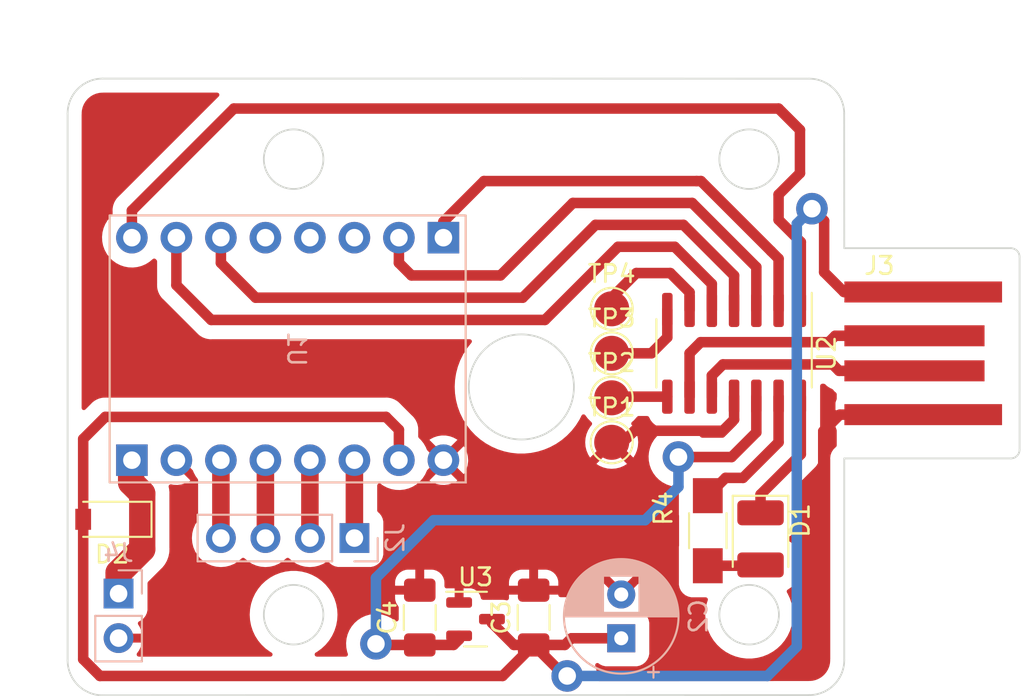
<source format=kicad_pcb>
(kicad_pcb (version 20211014) (generator pcbnew)
  (layers (0 "F.Cu" signal) (31 "B.Cu" signal) (34 "B.Paste" user) (35 "F.Paste" user) (36 "B.SilkS" user "B.Silkscreen") (37 "F.SilkS" user "F.Silkscreen") (38 "B.Mask" user) (39 "F.Mask" user) (44 "Edge.Cuts" user))
  (net 0 "")
  (net 1 "+5V")
  (net 2 "GND")
  (net 3 "+3.3V")
  (net 4 "Net-(D1-Pad1)")
  (net 5 "Net-(D1-Pad2)")
  (net 6 "Net-(D2-Pad1)")
  (net 7 "D-")
  (net 8 "D+")
  (net 9 "Net-(R4-Pad1)")
  (net 10 "EN")
  (net 11 "DIR")
  (net 12 "STEP")
  (net 13 "MS1")
  (net 14 "MS2")
  (net 17 "Net-(J2-Pad1)")
  (net 18 "Net-(J2-Pad2)")
  (net 19 "Net-(J2-Pad3)")
  (net 20 "Net-(J2-Pad4)")
  (net 21 "Net-(U2-Pad8)")
  (net 22 "Net-(U2-Pad7)")
  (net 23 "Net-(U2-Pad6)")
  (footprint "Package_SO:SOIC-14_3.9x8.7mm_P1.27mm" (layer "F.Cu") (at 167.64 68.58 -90)
    (fp_text reference "U2" (at 0 -5.28 90) (layer "F.SilkS"))
    (fp_text value "ATSAMD11C14A-SS")
    (fp_line (start 0 -4.435) (end -3.45 -4.435) (layer "F.SilkS") (width 0.12))
    (fp_line (start 0 4.435) (end -1.95 4.435) (layer "F.SilkS") (width 0.12))
    (fp_line (start 0 -4.435) (end 1.95 -4.435) (layer "F.SilkS") (width 0.12))
    (fp_line (start 0 4.435) (end 1.95 4.435) (layer "F.SilkS") (width 0.12))
    (pad "1" smd roundrect (at -2.475 -3.81 270) (size 1.95 0.6) (layers "F.Cu" "F.Paste" "F.Mask") (net 10 "EN"))
    (pad "2" smd roundrect (at -2.475 -2.54 270) (size 1.95 0.6) (layers "F.Cu" "F.Paste" "F.Mask") (net 11 "DIR"))
    (pad "3" smd roundrect (at -2.475 -1.27 270) (size 1.95 0.6) (layers "F.Cu" "F.Paste" "F.Mask") (net 12 "STEP"))
    (pad "4" smd roundrect (at -2.475 0 270) (size 1.95 0.6) (layers "F.Cu" "F.Paste" "F.Mask") (net 14 "MS2"))
    (pad "5" smd roundrect (at -2.475 1.27 270) (size 1.95 0.6) (layers "F.Cu" "F.Paste" "F.Mask") (net 13 "MS1"))
    (pad "6" smd roundrect (at -2.475 2.54 270) (size 1.95 0.6) (layers "F.Cu" "F.Paste" "F.Mask") (net 23 "Net-(U2-Pad6)"))
    (pad "7" smd roundrect (at -2.475 3.81 270) (size 1.95 0.6) (layers "F.Cu" "F.Paste" "F.Mask") (net 22 "Net-(U2-Pad7)"))
    (pad "8" smd roundrect (at 2.475 3.81 270) (size 1.95 0.6) (layers "F.Cu" "F.Paste" "F.Mask") (net 21 "Net-(U2-Pad8)"))
    (pad "9" smd roundrect (at 2.475 2.54 270) (size 1.95 0.6) (layers "F.Cu" "F.Paste" "F.Mask") (net 7 "D-"))
    (pad "10" smd roundrect (at 2.475 1.27 270) (size 1.95 0.6) (layers "F.Cu" "F.Paste" "F.Mask") (net 8 "D+"))
    (pad "11" smd roundrect (at 2.475 0 270) (size 1.95 0.6) (layers "F.Cu" "F.Paste" "F.Mask") (net 2 "GND"))
    (pad "12" smd roundrect (at 2.475 -1.27 270) (size 1.95 0.6) (layers "F.Cu" "F.Paste" "F.Mask") (net 3 "+3.3V"))
    (pad "13" smd roundrect (at 2.475 -2.54 270) (size 1.95 0.6) (layers "F.Cu" "F.Paste" "F.Mask") (net 9 "Net-(R4-Pad1)"))
    (pad "14" smd roundrect (at 2.475 -3.81 270) (size 1.95 0.6) (layers "F.Cu" "F.Paste" "F.Mask") (net 4 "Net-(D1-Pad1)"))
  )
  (footprint "Capacitor_SMD:C_1206_3216Metric_Pad1.33x1.80mm_HandSolder" (layer "F.Cu") (at 149.7 83.661901 90)
    (fp_text reference "C4" (at 0 -1.85 90) (layer "F.SilkS"))
    (fp_text value "1uF")
    (fp_line (start -0.711252 0.91) (end 0.711252 0.91) (layer "F.SilkS") (width 0.12))
    (fp_line (start -0.711252 -0.91) (end 0.711252 -0.91) (layer "F.SilkS") (width 0.12))
    (pad "1" smd roundrect (at -1.5625 0 90) (size 1.325 1.8) (layers "F.Cu" "F.Paste" "F.Mask") (roundrect_rratio 0.1886792453) (net 3 "+3.3V"))
    (pad "2" smd roundrect (at 1.5625 0 90) (size 1.325 1.8) (layers "F.Cu" "F.Paste" "F.Mask") (roundrect_rratio 0.1886792453) (net 2 "GND"))
  )
  (footprint "LED_SMD:LED_1210_3225Metric_Pad1.42x2.65mm_HandSolder" (layer "F.Cu") (at 169.15 79.1725 -90)
    (fp_text reference "D1" (at -1.0525 -2.28 90) (layer "F.SilkS"))
    (fp_text value "LED")
    (fp_line (start -2.46 1.585) (end 1.6 1.585) (layer "F.SilkS") (width 0.12))
    (fp_line (start 1.6 -1.585) (end -2.46 -1.585) (layer "F.SilkS") (width 0.12))
    (fp_line (start -2.46 -1.585) (end -2.46 1.585) (layer "F.SilkS") (width 0.12))
    (pad "1" smd roundrect (at -1.4875 0 270) (size 1.425 2.65) (layers "F.Cu" "F.Paste" "F.Mask") (roundrect_rratio 0.1754392982) (net 4 "Net-(D1-Pad1)"))
    (pad "2" smd roundrect (at 1.4875 0 270) (size 1.425 2.65) (layers "F.Cu" "F.Paste" "F.Mask") (roundrect_rratio 0.1754392982) (net 5 "Net-(D1-Pad2)"))
  )
  (footprint "TestPoint:TestPoint_Pad_D2.0mm" (layer "F.Cu") (at 160.655 71.12)
    (fp_text reference "TP2" (at 0 -1.998) (layer "F.SilkS"))
    (fp_text value "TestPoint")
    (fp_circle (center 0 0) (end 0 1.2) (layer "F.SilkS") (width 0.12) (fill none))
    (pad "1" smd circle (at 0 0) (size 2 2) (layers "F.Cu" "F.Mask") (net 21 "Net-(U2-Pad8)"))
  )
  (footprint "fab:R_1206" (layer "F.Cu") (at 166.14 78.705 -90)
    (fp_text reference "R4" (at -1.27 2.54 90) (layer "F.SilkS"))
    (fp_text value "1k")
    (fp_line (start 1 1.07) (end -1 1.07) (layer "F.SilkS") (width 0.12))
    (fp_line (start -1 -1.07) (end 1 -1.07) (layer "F.SilkS") (width 0.12))
    (pad "1" smd rect locked (at -2 0 270) (size 2 1.7) (layers "F.Cu" "F.Paste" "F.Mask") (net 9 "Net-(R4-Pad1)"))
    (pad "2" smd rect locked (at 2 0 270) (size 2 1.7) (layers "F.Cu" "F.Paste" "F.Mask") (net 5 "Net-(D1-Pad2)"))
  )
  (footprint "TestPoint:TestPoint_Pad_D2.0mm" (layer "F.Cu") (at 160.655 73.66)
    (fp_text reference "TP1" (at 0 -1.998) (layer "F.SilkS"))
    (fp_text value "TestPoint")
    (fp_circle (center 0 0) (end 0 1.2) (layer "F.SilkS") (width 0.12) (fill none))
    (pad "1" smd circle (at 0 0) (size 2 2) (layers "F.Cu" "F.Mask") (net 2 "GND"))
  )
  (footprint "AP2120N-3.3TRG1:SOT-23_N_Package" (layer "F.Cu") (at 152.883629 83.752022)
    (fp_text reference "U3" (at 0 -2.4) (layer "F.SilkS"))
    (fp_text value "LM3480-3.3")
    (fp_line (start 0 1.56) (end -0.65 1.56) (layer "F.SilkS") (width 0.12))
    (fp_line (start 0 -1.56) (end 0.65 -1.56) (layer "F.SilkS") (width 0.12))
    (fp_line (start 0 -1.56) (end -1.675 -1.56) (layer "F.SilkS") (width 0.12))
    (fp_line (start 0 1.56) (end 0.65 1.56) (layer "F.SilkS") (width 0.12))
    (pad "1" smd roundrect (at -0.9375 0.95) (size 1.475 0.6) (layers "F.Cu" "F.Paste" "F.Mask") (net 3 "+3.3V"))
    (pad "2" smd roundrect (at 0.9375 0) (size 1.475 0.6) (layers "F.Cu" "F.Paste" "F.Mask") (net 1 "+5V"))
    (pad "3" smd roundrect (at -0.9375 -0.95) (size 1.475 0.6) (layers "F.Cu" "F.Paste" "F.Mask") (net 2 "GND"))
  )
  (footprint "Capacitor_SMD:C_1206_3216Metric_Pad1.33x1.80mm_HandSolder" (layer "F.Cu") (at 156.2 83.661901 90)
    (fp_text reference "C3" (at 0 -1.85 90) (layer "F.SilkS"))
    (fp_text value "10nF")
    (fp_line (start -0.711252 0.91) (end 0.711252 0.91) (layer "F.SilkS") (width 0.12))
    (fp_line (start -0.711252 -0.91) (end 0.711252 -0.91) (layer "F.SilkS") (width 0.12))
    (pad "1" smd roundrect (at -1.5625 0 90) (size 1.325 1.8) (layers "F.Cu" "F.Paste" "F.Mask") (roundrect_rratio 0.1886792453) (net 1 "+5V"))
    (pad "2" smd roundrect (at 1.5625 0 90) (size 1.325 1.8) (layers "F.Cu" "F.Paste" "F.Mask") (roundrect_rratio 0.1886792453) (net 2 "GND"))
  )
  (footprint "TestPoint:TestPoint_Pad_D2.0mm" (layer "F.Cu") (at 160.655 66.04)
    (fp_text reference "TP4" (at 0 -1.998) (layer "F.SilkS"))
    (fp_text value "TestPoint")
    (fp_circle (center 0 0) (end 0 1.2) (layer "F.SilkS") (width 0.12) (fill none))
    (pad "1" smd circle (at 0 0) (size 2 2) (layers "F.Cu" "F.Mask") (net 23 "Net-(U2-Pad6)"))
  )
  (footprint "Diode_SMD:D_SOD-123" (layer "F.Cu") (at 132.14 78.055 180)
    (fp_text reference "D2" (at 0 -2) (layer "F.SilkS"))
    (fp_text value "D_Schottky" hide)
    (fp_line (start -2.25 -1) (end 1.65 -1) (layer "F.SilkS") (width 0.12))
    (fp_line (start -2.25 1) (end 1.65 1) (layer "F.SilkS") (width 0.12))
    (fp_line (start -2.25 -1) (end -2.25 1) (layer "F.SilkS") (width 0.12))
    (pad "1" smd rect (at -1.65 0 180) (size 0.9 1.2) (layers "F.Cu" "F.Paste" "F.Mask") (net 6 "Net-(D2-Pad1)"))
    (pad "2" smd rect (at 1.65 0 180) (size 0.9 1.2) (layers "F.Cu" "F.Paste" "F.Mask") (net 1 "+5V"))
  )
  (footprint "TestPoint:TestPoint_Pad_D2.0mm" (layer "F.Cu") (at 160.655 68.58)
    (fp_text reference "TP3" (at 0 -1.998) (layer "F.SilkS"))
    (fp_text value "TestPoint")
    (fp_circle (center 0 0) (end 0 1.2) (layer "F.SilkS") (width 0.12) (fill none))
    (pad "1" smd circle (at 0 0) (size 2 2) (layers "F.Cu" "F.Mask") (net 22 "Net-(U2-Pad7)"))
  )
  (footprint "fab:Conn_USB_A_Plain" (layer "F.Cu") (at 178.435 68.58)
    (fp_text reference "J3" (at -2.5 -5 unlocked) (layer "F.SilkS"))
    (fp_text value "USB_A")
    (pad "1" smd rect (at 0 -3.5) (size 9 1.2) (layers "F.Cu" "F.Paste" "F.Mask") (net 1 "+5V"))
    (pad "2" smd rect (at -0.5 -1) (size 8 1.2) (layers "F.Cu" "F.Paste" "F.Mask") (net 7 "D-"))
    (pad "3" smd rect (at -0.5 1) (size 8 1.2) (layers "F.Cu" "F.Paste" "F.Mask") (net 8 "D+"))
    (pad "4" smd rect (at 0 3.5) (size 9 1.2) (layers "F.Cu" "F.Paste" "F.Mask") (net 2 "GND"))
  )
  (footprint "TMC2208_SILENTSTEPSTICK:TMC2208" (layer "B.Cu") (at 142.16 68.33 90)
    (fp_text reference "U1" (at 0 0.5 270 unlocked) (layer "B.SilkS") (effects (justify mirror)))
    (fp_text value "TMC2208_SILENTSTEPSTICK")
    (fp_rect (start -7.62 10.16) (end 7.62 -10.16) (layer "B.SilkS") (width 0.12) (fill none))
    (fp_rect (start -7.62 10.16) (end 7.62 -10.16) (layer "F.SilkS") (width 0.12) (fill none))
    (pad "JP1_1" thru_hole rect (at 6.35 8.89 90) (size 1.8 1.8) (drill 1) (layers *.Cu *.Mask) (net 11 "DIR"))
    (pad "JP1_2" thru_hole circle (at 6.35 6.35 90) (size 1.8 1.8) (drill 1) (layers *.Cu *.Mask) (net 12 "STEP"))
    (pad "JP1_3" thru_hole circle (at 6.35 3.81 90) (size 1.8 1.8) (drill 1) (layers *.Cu *.Mask))
    (pad "JP1_4" thru_hole circle (at 6.35 1.27 90) (size 1.8 1.8) (drill 1) (layers *.Cu *.Mask))
    (pad "JP1_5" thru_hole circle (at 6.35 -1.27 90) (size 1.8 1.8) (drill 1) (layers *.Cu *.Mask))
    (pad "JP1_6" thru_hole circle (at 6.35 -3.81 90) (size 1.8 1.8) (drill 1) (layers *.Cu *.Mask) (net 14 "MS2"))
    (pad "JP1_7" thru_hole circle (at 6.35 -6.35 90) (size 1.8 1.8) (drill 1) (layers *.Cu *.Mask) (net 13 "MS1"))
    (pad "JP1_8" thru_hole circle (at 6.35 -8.89 90) (size 1.8 1.8) (drill 1) (layers *.Cu *.Mask) (net 10 "EN"))
    (pad "JP2_1" thru_hole rect (at -6.35 -8.89 90) (size 1.8 1.8) (drill 1) (layers *.Cu *.Mask) (net 6 "Net-(D2-Pad1)"))
    (pad "JP2_2" thru_hole circle (at -6.35 -6.35 90) (size 1.8 1.8) (drill 1) (layers *.Cu *.Mask) (net 2 "GND"))
    (pad "JP2_3" thru_hole circle (at -6.35 -3.81 90) (size 1.8 1.8) (drill 1) (layers *.Cu *.Mask) (net 20 "Net-(J2-Pad4)"))
    (pad "JP2_4" thru_hole circle (at -6.35 -1.27 90) (size 1.8 1.8) (drill 1) (layers *.Cu *.Mask) (net 19 "Net-(J2-Pad3)"))
    (pad "JP2_5" thru_hole circle (at -6.35 1.27 90) (size 1.8 1.8) (drill 1) (layers *.Cu *.Mask) (net 18 "Net-(J2-Pad2)"))
    (pad "JP2_6" thru_hole circle (at -6.35 3.81 90) (size 1.8 1.8) (drill 1) (layers *.Cu *.Mask) (net 17 "Net-(J2-Pad1)"))
    (pad "JP2_7" thru_hole circle (at -6.35 6.35 90) (size 1.8 1.8) (drill 1) (layers *.Cu *.Mask) (net 1 "+5V"))
    (pad "JP2_8" thru_hole circle (at -6.35 8.89 90) (size 1.8 1.8) (drill 1) (layers *.Cu *.Mask) (net 2 "GND"))
  )
  (footprint "Connector_PinHeader_2.54mm:PinHeader_1x02_P2.54mm_Vertical" (layer "B.Cu") (at 132.51 82.295 180)
    (fp_text reference "J4" (at 0 2.33) (layer "B.SilkS") (effects (justify mirror)))
    (fp_text value "Conn_01x02_Male")
    (fp_line (start -1.33 -1.27) (end 1.33 -1.27) (layer "B.SilkS") (width 0.12))
    (fp_line (start -1.33 0) (end -1.33 1.33) (layer "B.SilkS") (width 0.12))
    (fp_line (start -1.33 1.33) (end 0 1.33) (layer "B.SilkS") (width 0.12))
    (fp_line (start -1.33 -3.87) (end 1.33 -3.87) (layer "B.SilkS") (width 0.12))
    (fp_line (start -1.33 -1.27) (end -1.33 -3.87) (layer "B.SilkS") (width 0.12))
    (fp_line (start 1.33 -1.27) (end 1.33 -3.87) (layer "B.SilkS") (width 0.12))
    (pad "1" thru_hole rect (at 0 0 180) (size 1.7 1.7) (drill 1) (layers *.Cu *.Mask) (net 6 "Net-(D2-Pad1)"))
    (pad "2" thru_hole oval (at 0 -2.54 180) (size 1.7 1.7) (drill 1) (layers *.Cu *.Mask) (net 2 "GND"))
  )
  (footprint "Connector_PinHeader_2.54mm:PinHeader_1x04_P2.54mm_Vertical" (layer "B.Cu") (at 145.97 79.125 90)
    (fp_text reference "J2" (at 0 2.33 90) (layer "B.SilkS") (effects (justify mirror)))
    (fp_text value "Conn_01x04_Male")
    (fp_line (start -1.33 -8.95) (end 1.33 -8.95) (layer "B.SilkS") (width 0.12))
    (fp_line (start -1.33 0) (end -1.33 1.33) (layer "B.SilkS") (width 0.12))
    (fp_line (start 1.33 -1.27) (end 1.33 -8.95) (layer "B.SilkS") (width 0.12))
    (fp_line (start -1.33 1.33) (end 0 1.33) (layer "B.SilkS") (width 0.12))
    (fp_line (start -1.33 -1.27) (end -1.33 -8.95) (layer "B.SilkS") (width 0.12))
    (fp_line (start -1.33 -1.27) (end 1.33 -1.27) (layer "B.SilkS") (width 0.12))
    (pad "1" thru_hole rect (at 0 0 90) (size 1.7 1.7) (drill 1) (layers *.Cu *.Mask) (net 17 "Net-(J2-Pad1)"))
    (pad "2" thru_hole oval (at 0 -2.54 90) (size 1.7 1.7) (drill 1) (layers *.Cu *.Mask) (net 18 "Net-(J2-Pad2)"))
    (pad "3" thru_hole oval (at 0 -5.08 90) (size 1.7 1.7) (drill 1) (layers *.Cu *.Mask) (net 19 "Net-(J2-Pad3)"))
    (pad "4" thru_hole oval (at 0 -7.62 90) (size 1.7 1.7) (drill 1) (layers *.Cu *.Mask) (net 20 "Net-(J2-Pad4)"))
  )
  (footprint "Capacitor_THT:CP_Radial_D6.3mm_P2.50mm" (layer "B.Cu") (at 161.2 84.84428 90)
    (fp_text reference "C2" (at 1.25 4.4 90) (layer "B.SilkS") (effects (justify mirror)))
    (fp_text value "100uF")
    (fp_line (start 4.211 1.35) (end 4.211 -1.35) (layer "B.SilkS") (width 0.12))
    (fp_line (start 2.571 2.952) (end 2.571 1.04) (layer "B.SilkS") (width 0.12))
    (fp_line (start 1.93 -1.04) (end 1.93 -3.159) (layer "B.SilkS") (width 0.12))
    (fp_line (start 2.331 -1.04) (end 2.331 -3.047) (layer "B.SilkS") (width 0.12))
    (fp_line (start 3.331 -1.04) (end 3.331 -2.484) (layer "B.SilkS") (width 0.12))
    (fp_line (start 2.211 -1.04) (end 2.211 -3.086) (layer "B.SilkS") (width 0.12))
    (fp_line (start 1.57 -1.04) (end 1.57 -3.215) (layer "B.SilkS") (width 0.12))
    (fp_line (start 3.291 -1.04) (end 3.291 -2.516) (layer "B.SilkS") (width 0.12))
    (fp_line (start 1.81 -1.04) (end 1.81 -3.182) (layer "B.SilkS") (width 0.12))
    (fp_line (start 1.49 3.222) (end 1.49 1.04) (layer "B.SilkS") (width 0.12))
    (fp_line (start 2.931 -1.04) (end 2.931 -2.766) (layer "B.SilkS") (width 0.12))
    (fp_line (start 2.971 -1.04) (end 2.971 -2.742) (layer "B.SilkS") (width 0.12))
    (fp_line (start 1.37 3.228) (end 1.37 -3.228) (layer "B.SilkS") (width 0.12))
    (fp_line (start 2.851 2.812) (end 2.851 1.04) (layer "B.SilkS") (width 0.12))
    (fp_line (start 2.131 3.11) (end 2.131 1.04) (layer "B.SilkS") (width 0.12))
    (fp_line (start 2.211 3.086) (end 2.211 1.04) (layer "B.SilkS") (width 0.12))
    (fp_line (start 1.69 3.201) (end 1.69 1.04) (layer "B.SilkS") (width 0.12))
    (fp_line (start 3.131 -1.04) (end 3.131 -2.636) (layer "B.SilkS") (width 0.12))
    (fp_line (start 2.691 -1.04) (end 2.691 -2.896) (layer "B.SilkS") (width 0.12))
    (fp_line (start 2.771 2.856) (end 2.771 1.04) (layer "B.SilkS") (width 0.12))
    (fp_line (start 2.491 2.986) (end 2.491 1.04) (layer "B.SilkS") (width 0.12))
    (fp_line (start 2.731 -1.04) (end 2.731 -2.876) (layer "B.SilkS") (width 0.12))
    (fp_line (start 3.291 2.516) (end 3.291 1.04) (layer "B.SilkS") (width 0.12))
    (fp_line (start 3.251 -1.04) (end 3.251 -2.548) (layer "B.SilkS") (width 0.12))
    (fp_line (start 3.491 2.343) (end 3.491 1.04) (layer "B.SilkS") (width 0.12))
    (fp_line (start 3.651 2.182) (end 3.651 -2.182) (layer "B.SilkS") (width 0.12))
    (fp_line (start 2.931 2.766) (end 2.931 1.04) (layer "B.SilkS") (width 0.12))
    (fp_line (start 2.371 -1.04) (end 2.371 -3.033) (layer "B.SilkS") (width 0.12))
    (fp_line (start 3.211 2.578) (end 3.211 1.04) (layer "B.SilkS") (width 0.12))
    (fp_line (start 1.971 -1.04) (end 1.971 -3.15) (layer "B.SilkS") (width 0.12))
    (fp_line (start 1.971 3.15) (end 1.971 1.04) (layer "B.SilkS") (width 0.12))
    (fp_line (start 3.211 -1.04) (end 3.211 -2.578) (layer "B.SilkS") (width 0.12))
    (fp_line (start 3.131 2.636) (end 3.131 1.04) (layer "B.SilkS") (width 0.12))
    (fp_line (start 1.61 -1.04) (end 1.61 -3.211) (layer "B.SilkS") (width 0.12))
    (fp_line (start 2.251 -1.04) (end 2.251 -3.074) (layer "B.SilkS") (width 0.12))
    (fp_line (start 1.53 -1.04) (end 1.53 -3.218) (layer "B.SilkS") (width 0.12))
    (fp_line (start 2.171 3.098) (end 2.171 1.04) (layer "B.SilkS") (width 0.12))
    (fp_line (start 3.491 -1.04) (end 3.491 -2.343) (layer "B.SilkS") (width 0.12))
    (fp_line (start 4.251 1.262) (end 4.251 -1.262) (layer "B.SilkS") (width 0.12))
    (fp_line (start 1.45 3.224) (end 1.45 -3.224) (layer "B.SilkS") (width 0.12))
    (fp_line (start 2.411 3.018) (end 2.411 1.04) (layer "B.SilkS") (width 0.12))
    (fp_line (start 3.691 2.137) (end 3.691 -2.137) (layer "B.SilkS") (width 0.12))
    (fp_line (start 1.89 -1.04) (end 1.89 -3.167) (layer "B.SilkS") (width 0.12))
    (fp_line (start 2.411 -1.04) (end 2.411 -3.018) (layer "B.SilkS") (width 0.12))
    (fp_line (start 1.93 3.159) (end 1.93 1.04) (layer "B.SilkS") (width 0.12))
    (fp_line (start 1.41 3.227) (end 1.41 -3.227) (layer "B.SilkS") (width 0.12))
    (fp_line (start 2.291 3.061) (end 2.291 1.04) (layer "B.SilkS") (width 0.12))
    (fp_line (start 4.451 0.633) (end 4.451 -0.633) (layer "B.SilkS") (width 0.12))
    (fp_line (start 3.531 -1.04) (end 3.531 -2.305) (layer "B.SilkS") (width 0.12))
    (fp_line (start 4.131 1.509) (end 4.131 -1.509) (layer "B.SilkS") (width 0.12))
    (fp_line (start 3.171 -1.04) (end 3.171 -2.607) (layer "B.SilkS") (width 0.12))
    (fp_line (start 2.451 3.002) (end 2.451 1.04) (layer "B.SilkS") (width 0.12))
    (fp_line (start 1.29 3.23) (end 1.29 -3.23) (layer "B.SilkS") (width 0.12))
    (fp_line (start 2.771 -1.04) (end 2.771 -2.856) (layer "B.SilkS") (width 0.12))
    (fp_line (start 2.611 2.934) (end 2.611 1.04) (layer "B.SilkS") (width 0.12))
    (fp_line (start 1.65 -1.04) (end 1.65 -3.206) (layer "B.SilkS") (width 0.12))
    (fp_line (start 2.051 -1.04) (end 2.051 -3.131) (layer "B.SilkS") (width 0.12))
    (fp_line (start 1.53 3.218) (end 1.53 1.04) (layer "B.SilkS") (width 0.12))
    (fp_line (start 2.011 -1.04) (end 2.011 -3.141) (layer "B.SilkS") (width 0.12))
    (fp_line (start 3.011 -1.04) (end 3.011 -2.716) (layer "B.SilkS") (width 0.12))
    (fp_line (start 3.371 2.45) (end 3.371 1.04) (layer "B.SilkS") (width 0.12))
    (fp_line (start 2.091 3.121) (end 2.091 1.04) (layer "B.SilkS") (width 0.12))
    (fp_line (start 4.051 1.65) (end 4.051 -1.65) (layer "B.SilkS") (width 0.12))
    (fp_line (start 2.571 -1.04) (end 2.571 -2.952) (layer "B.SilkS") (width 0.12))
    (fp_line (start 3.451 2.38) (end 3.451 1.04) (layer "B.SilkS") (width 0.12))
    (fp_line (start 1.65 3.206) (end 1.65 1.04) (layer "B.SilkS") (width 0.12))
    (fp_line (start 3.611 2.224) (end 3.611 -2.224) (layer "B.SilkS") (width 0.12))
    (fp_line (start 3.731 2.092) (end 3.731 -2.092) (layer "B.SilkS") (width 0.12))
    (fp_line (start 3.411 2.416) (end 3.411 1.04) (layer "B.SilkS") (width 0.12))
    (fp_line (start 4.371 0.94) (end 4.371 -0.94) (layer "B.SilkS") (width 0.12))
    (fp_line (start 2.691 2.896) (end 2.691 1.04) (layer "B.SilkS") (width 0.12))
    (fp_line (start 1.69 -1.04) (end 1.69 -3.201) (layer "B.SilkS") (width 0.12))
    (fp_line (start 2.891 -1.04) (end 2.891 -2.79) (layer "B.SilkS") (width 0.12))
    (fp_line (start 3.171 2.607) (end 3.171 1.04) (layer "B.SilkS") (width 0.12))
    (fp_line (start 3.851 1.944) (end 3.851 -1.944) (layer "B.SilkS") (width 0.12))
    (fp_line (start 2.611 -1.04) (end 2.611 -2.934) (layer "B.SilkS") (width 0.12))
    (fp_line (start 3.091 2.664) (end 3.091 1.04) (layer "B.SilkS") (width 0.12))
    (fp_line (start 3.451 -1.04) (end 3.451 -2.38) (layer "B.SilkS") (width 0.12))
    (fp_line (start 2.091 -1.04) (end 2.091 -3.121) (layer "B.SilkS") (width 0.12))
    (fp_line (start 2.371 3.033) (end 2.371 1.04) (layer "B.SilkS") (width 0.12))
    (fp_line (start 1.77 -1.04) (end 1.77 -3.189) (layer "B.SilkS") (width 0.12))
    (fp_line (start -1.935241 2.154) (end -1.935241 1.524) (layer "B.SilkS") (width 0.12))
    (fp_line (start 3.571 2.265) (end 3.571 -2.265) (layer "B.SilkS") (width 0.12))
    (fp_line (start 3.091 -1.04) (end 3.091 -2.664) (layer "B.SilkS") (width 0.12))
    (fp_line (start 1.89 3.167) (end 1.89 1.04) (layer "B.SilkS") (width 0.12))
    (fp_line (start -2.250241 1.839) (end -1.620241 1.839) (layer "B.SilkS") (width 0.12))
    (fp_line (start 3.371 -1.04) (end 3.371 -2.45) (layer "B.SilkS") (width 0.12))
    (fp_line (start 4.331 1.059) (end 4.331 -1.059) (layer "B.SilkS") (width 0.12))
    (fp_line (start 2.731 2.876) (end 2.731 1.04) (layer "B.SilkS") (width 0.12))
    (fp_line (start 1.61 3.211) (end 1.61 1.04) (layer "B.SilkS") (width 0.12))
    (fp_line (start 3.531 2.305) (end 3.531 1.04) (layer "B.SilkS") (width 0.12))
    (fp_line (start 2.811 2.834) (end 2.811 1.04) (layer "B.SilkS") (width 0.12))
    (fp_line (start 1.49 -1.04) (end 1.49 -3.222) (layer "B.SilkS") (width 0.12))
    (fp_line (start 2.051 3.131) (end 2.051 1.04) (layer "B.SilkS") (width 0.12))
    (fp_line (start 2.651 2.916) (end 2.651 1.04) (layer "B.SilkS") (width 0.12))
    (fp_line (start 3.771 2.044) (end 3.771 -2.044) (layer "B.SilkS") (width 0.12))
    (fp_line (start 1.57 3.215) (end 1.57 1.04) (layer "B.SilkS") (width 0.12))
    (fp_line (start 1.85 3.175) (end 1.85 1.04) (layer "B.SilkS") (width 0.12))
    (fp_line (start 3.331 2.484) (end 3.331 1.04) (layer "B.SilkS") (width 0.12))
    (fp_line (start 2.851 -1.04) (end 2.851 -2.812) (layer "B.SilkS") (width 0.12))
    (fp_line (start 3.011 2.716) (end 3.011 1.04) (layer "B.SilkS") (width 0.12))
    (fp_line (start 2.171 -1.04) (end 2.171 -3.098) (layer "B.SilkS") (width 0.12))
    (fp_line (start 3.411 -1.04) (end 3.411 -2.416) (layer "B.SilkS") (width 0.12))
    (fp_line (start 4.091 1.581) (end 4.091 -1.581) (layer "B.SilkS") (width 0.12))
    (fp_line (start 1.73 -1.04) (end 1.73 -3.195) (layer "B.SilkS") (width 0.12))
    (fp_line (start 3.971 1.776) (end 3.971 -1.776) (layer "B.SilkS") (width 0.12))
    (fp_line (start 1.25 3.23) (end 1.25 -3.23) (layer "B.SilkS") (width 0.12))
    (fp_line (start 2.531 -1.04) (end 2.531 -2.97) (layer "B.SilkS") (width 0.12))
    (fp_line (start 1.33 3.23) (end 1.33 -3.23) (layer "B.SilkS") (width 0.12))
    (fp_line (start 2.891 2.79) (end 2.891 1.04) (layer "B.SilkS") (width 0.12))
    (fp_line (start 4.171 1.432) (end 4.171 -1.432) (layer "B.SilkS") (width 0.12))
    (fp_line (start 3.891 1.89) (end 3.891 -1.89) (layer "B.SilkS") (width 0.12))
    (fp_line (start 4.411 0.802) (end 4.411 -0.802) (layer "B.SilkS") (width 0.12))
    (fp_line (start 2.531 2.97) (end 2.531 1.04) (layer "B.SilkS") (width 0.12))
    (fp_line (start 2.291 -1.04) (end 2.291 -3.061) (layer "B.SilkS") (width 0.12))
    (fp_line (start 3.811 1.995) (end 3.811 -1.995) (layer "B.SilkS") (width 0.12))
    (fp_line (start 2.811 -1.04) (end 2.811 -2.834) (layer "B.SilkS") (width 0.12))
    (fp_line (start 3.251 2.548) (end 3.251 1.04) (layer "B.SilkS") (width 0.12))
    (fp_line (start 1.85 -1.04) (end 1.85 -3.175) (layer "B.SilkS") (width 0.12))
    (fp_line (start 1.77 3.189) (end 1.77 1.04) (layer "B.SilkS") (width 0.12))
    (fp_line (start 1.73 3.195) (end 1.73 1.04) (layer "B.SilkS") (width 0.12))
    (fp_line (start 3.051 2.69) (end 3.051 1.04) (layer "B.SilkS") (width 0.12))
    (fp_line (start 4.291 1.165) (end 4.291 -1.165) (layer "B.SilkS") (width 0.12))
    (fp_line (start 2.251 3.074) (end 2.251 1.04) (layer "B.SilkS") (width 0.12))
    (fp_line (start 2.131 -1.04) (end 2.131 -3.11) (layer "B.SilkS") (width 0.12))
    (fp_line (start 3.931 1.834) (end 3.931 -1.834) (layer "B.SilkS") (width 0.12))
    (fp_line (start 4.491 0.402) (end 4.491 -0.402) (layer "B.SilkS") (width 0.12))
    (fp_line (start 2.011 3.141) (end 2.011 1.04) (layer "B.SilkS") (width 0.12))
    (fp_line (start 2.451 -1.04) (end 2.451 -3.002) (layer "B.SilkS") (width 0.12))
    (fp_line (start 3.051 -1.04) (end 3.051 -2.69) (layer "B.SilkS") (width 0.12))
    (fp_line (start 2.651 -1.04) (end 2.651 -2.916) (layer "B.SilkS") (width 0.12))
    (fp_line (start 2.971 2.742) (end 2.971 1.04) (layer "B.SilkS") (width 0.12))
    (fp_line (start 2.491 -1.04) (end 2.491 -2.986) (layer "B.SilkS") (width 0.12))
    (fp_line (start 4.011 1.714) (end 4.011 -1.714) (layer "B.SilkS") (width 0.12))
    (fp_line (start 1.81 3.182) (end 1.81 1.04) (layer "B.SilkS") (width 0.12))
    (fp_line (start 2.331 3.047) (end 2.331 1.04) (layer "B.SilkS") (width 0.12))
    (fp_circle (center 1.25 0) (end 4.52 0) (layer "B.SilkS") (width 0.12) (fill none))
    (pad "1" thru_hole rect (at 0 0 90) (size 1.6 1.6) (drill 0.8) (layers *.Cu *.Mask) (net 1 "+5V"))
    (pad "2" thru_hole circle (at 2.5 0 90) (size 1.6 1.6) (drill 0.8) (layers *.Cu *.Mask) (net 2 "GND"))
  )
  (gr_arc (start 173.93 86.085786) (mid 173.344214 87.5) (end 171.93 88.085786) (layer "Edge.Cuts") (width 0.1))
  (gr_line (start 155.5 52.9) (end 171.925786 52.904214) (layer "Edge.Cuts") (width 0.1))
  (gr_circle (center 168.5 57.5) (end 170.2 57.5) (layer "Edge.Cuts") (width 0.1) (fill none))
  (gr_circle (center 142.5 57.5) (end 144.2 57.5) (layer "Edge.Cuts") (width 0.1) (fill none))
  (gr_line (start 183.935 74.08) (end 183.935 63.08) (layer "Edge.Cuts") (width 0.1))
  (gr_line (start 131.6 52.9) (end 155.5 52.9) (layer "Edge.Cuts") (width 0.1))
  (gr_arc (start 129.6 54.9) (mid 130.185786 53.485786) (end 131.6 52.9) (layer "Edge.Cuts") (width 0.1))
  (gr_circle (center 168.5 83.5) (end 170.2 83.5) (layer "Edge.Cuts") (width 0.1) (fill none))
  (gr_line (start 173.93 74.58) (end 183.435 74.58) (layer "Edge.Cuts") (width 0.1))
  (gr_circle (center 142.5 83.5) (end 144.2 83.5) (layer "Edge.Cuts") (width 0.1) (fill none))
  (gr_arc (start 183.435 62.58) (mid 183.788553 62.726447) (end 183.935 63.08) (layer "Edge.Cuts") (width 0.1))
  (gr_line (start 173.93 74.58) (end 173.93 86.085786) (layer "Edge.Cuts") (width 0.1))
  (gr_circle (center 155.5 70.5) (end 158.5 70.5) (layer "Edge.Cuts") (width 0.1) (fill none))
  (gr_line (start 129.6 86.1) (end 129.6 54.9) (layer "Edge.Cuts") (width 0.1))
  (gr_arc (start 131.6 88.1) (mid 130.185786 87.514214) (end 129.6 86.1) (layer "Edge.Cuts") (width 0.1))
  (gr_line (start 173.93 62.58) (end 173.925786 54.904214) (layer "Edge.Cuts") (width 0.1))
  (gr_line (start 171.93 88.085786) (end 131.6 88.1) (layer "Edge.Cuts") (width 0.1))
  (gr_line (start 173.93 62.58) (end 183.445 62.58) (layer "Edge.Cuts") (width 0.1))
  (gr_arc (start 183.935 74.08) (mid 183.788553 74.433553) (end 183.435 74.58) (layer "Edge.Cuts") (width 0.1))
  (gr_arc (start 171.925786 52.904214) (mid 173.34 53.49) (end 173.925786 54.904214) (layer "Edge.Cuts") (width 0.1))
  (segment (start 178.435 65.08) (end 173.91 65.08) (width 0.6) (layer "F.Cu") (net 1))
  (segment (start 172.78 61.02) (end 172.085 60.325) (width 0.6) (layer "F.Cu") (net 1))
  (segment (start 148.51 72.945) (end 147.775 72.21) (width 0.6) (layer "F.Cu") (net 1))
  (segment (start 130.49 86.04) (end 131.445 86.995) (width 0.6) (layer "F.Cu") (net 1))
  (segment (start 131.75 72.21) (end 130.49 73.47) (width 0.6) (layer "F.Cu") (net 1))
  (segment (start 130.49 78.055) (end 130.49 86.04) (width 0.6) (layer "F.Cu") (net 1))
  (segment (start 173.91 65.08) (end 172.78 63.95) (width 0.6) (layer "F.Cu") (net 1))
  (segment (start 153.821129 83.752022) (end 153.821129 83.971129) (width 0.6) (layer "F.Cu") (net 1))
  (segment (start 161.2 84.84428) (end 158.36072 84.84428) (width 0.6) (layer "F.Cu") (net 1))
  (segment (start 155.074401 85.224401) (end 156.2 85.224401) (width 0.6) (layer "F.Cu") (net 1))
  (segment (start 130.49 73.47) (end 130.49 78.055) (width 0.6) (layer "F.Cu") (net 1))
  (segment (start 157.970599 86.995) (end 156.2 85.224401) (width 0.6) (layer "F.Cu") (net 1))
  (segment (start 158.36072 84.84428) (end 157.980599 85.224401) (width 0.6) (layer "F.Cu") (net 1))
  (segment (start 157.980599 85.224401) (end 156.2 85.224401) (width 0.6) (layer "F.Cu") (net 1))
  (segment (start 131.445 86.995) (end 154.429401 86.995) (width 0.6) (layer "F.Cu") (net 1))
  (segment (start 148.51 74.68) (end 148.51 72.945) (width 0.6) (layer "F.Cu") (net 1))
  (segment (start 154.429401 86.995) (end 156.2 85.224401) (width 0.6) (layer "F.Cu") (net 1))
  (segment (start 172.78 63.95) (end 172.78 61.02) (width 0.6) (layer "F.Cu") (net 1))
  (segment (start 147.775 72.21) (end 131.75 72.21) (width 0.6) (layer "F.Cu") (net 1))
  (segment (start 153.821129 83.971129) (end 155.074401 85.224401) (width 0.6) (layer "F.Cu") (net 1))
  (segment (start 158.115 86.995) (end 157.970599 86.995) (width 0.6) (layer "F.Cu") (net 1))
  (via (at 158.115 86.995) (size 1.8) (drill 1) (layers "F.Cu" "B.Cu") (net 1))
  (via (at 172.085 60.325) (size 1.8) (drill 1) (layers "F.Cu" "B.Cu") (net 1))
  (segment (start 171.22 85.32) (end 171.22 61.19) (width 0.6) (layer "B.Cu") (net 1))
  (segment (start 171.22 61.19) (end 172.085 60.325) (width 0.6) (layer "B.Cu") (net 1))
  (segment (start 158.115 86.995) (end 169.545 86.995) (width 0.6) (layer "B.Cu") (net 1))
  (segment (start 169.545 86.995) (end 171.22 85.32) (width 0.6) (layer "B.Cu") (net 1))
  (segment (start 173.68 72.08) (end 172.73 73.03) (width 0.6) (layer "F.Cu") (net 2))
  (segment (start 161.29 73.66) (end 160.655 73.66) (width 0.6) (layer "F.Cu") (net 2))
  (segment (start 167.64 71.055) (end 167.64 72.36) (width 0.6) (layer "F.Cu") (net 2))
  (segment (start 172.73 73.03) (end 172.73 77.28) (width 0.6) (layer "F.Cu") (net 2))
  (segment (start 172.73 77.28) (end 172.62 77.39) (width 0.6) (layer "F.Cu") (net 2))
  (segment (start 167 73) (end 161.95 73) (width 0.6) (layer "F.Cu") (net 2))
  (segment (start 178.435 72.08) (end 173.68 72.08) (width 0.6) (layer "F.Cu") (net 2))
  (segment (start 161.95 73) (end 161.29 73.66) (width 0.6) (layer "F.Cu") (net 2))
  (segment (start 167.64 72.36) (end 167 73) (width 0.6) (layer "F.Cu") (net 2))
  (segment (start 151.946129 84.702022) (end 151.946129 84.908871) (width 0.6) (layer "F.Cu") (net 3))
  (segment (start 167.5 74.5) (end 164.465 74.5) (width 0.6) (layer "F.Cu") (net 3))
  (segment (start 149.7 85.224401) (end 147.262501 85.224401) (width 0.6) (layer "F.Cu") (net 3))
  (segment (start 147.262501 85.224401) (end 147.2 85.1619) (width 0.6) (layer "F.Cu") (net 3))
  (segment (start 151.946129 84.908871) (end 151.630599 85.224401) (width 0.6) (layer "F.Cu") (net 3))
  (segment (start 151.630599 85.224401) (end 149.7 85.224401) (width 0.6) (layer "F.Cu") (net 3))
  (segment (start 168.91 71.055) (end 168.91 73.09) (width 0.6) (layer "F.Cu") (net 3))
  (segment (start 168.91 73.09) (end 167.5 74.5) (width 0.6) (layer "F.Cu") (net 3))
  (via (at 147.2 85.1619) (size 1.8) (drill 1) (layers "F.Cu" "B.Cu") (net 3))
  (via (at 164.465 74.5) (size 1.8) (drill 1) (layers "F.Cu" "B.Cu") (net 3))
  (segment (start 147.2 85.1619) (end 147.2 81.4) (width 0.6) (layer "B.Cu") (net 3))
  (segment (start 147.2 81.4) (end 150.495 78.105) (width 0.6) (layer "B.Cu") (net 3))
  (segment (start 150.495 78.105) (end 162.56 78.105) (width 0.6) (layer "B.Cu") (net 3))
  (segment (start 162.56 78.105) (end 164.465 76.2) (width 0.6) (layer "B.Cu") (net 3))
  (segment (start 164.465 76.2) (end 164.465 74.5) (width 0.6) (layer "B.Cu") (net 3))
  (segment (start 171.45 74.34) (end 169.15 76.64) (width 0.6) (layer "F.Cu") (net 4))
  (segment (start 171.45 71.055) (end 171.45 74.34) (width 0.6) (layer "F.Cu") (net 4))
  (segment (start 169.15 76.64) (end 169.15 77.685) (width 0.6) (layer "F.Cu") (net 4))
  (segment (start 169.105 80.705) (end 169.15 80.66) (width 0.6) (layer "F.Cu") (net 5))
  (segment (start 166.14 80.705) (end 169.105 80.705) (width 0.6) (layer "F.Cu") (net 5))
  (segment (start 133.86 76.585) (end 133.225 75.95) (width 1.5) (layer "F.Cu") (net 6))
  (segment (start 133.86 79.76) (end 133.86 76.585) (width 1.5) (layer "F.Cu") (net 6))
  (segment (start 133.225 75.95) (end 133.225 74.725) (width 1.5) (layer "F.Cu") (net 6))
  (segment (start 132.51 81.11) (end 133.86 79.76) (width 1.5) (layer "F.Cu") (net 6))
  (segment (start 132.51 82.295) (end 132.51 81.11) (width 1.5) (layer "F.Cu") (net 6))
  (segment (start 165.1 68.58) (end 165.735 67.945) (width 0.6) (layer "F.Cu") (net 7))
  (segment (start 173.41 67.58) (end 177.935 67.58) (width 0.6) (layer "F.Cu") (net 7))
  (segment (start 165.1 71.055) (end 165.1 68.58) (width 0.6) (layer "F.Cu") (net 7))
  (segment (start 173.045 67.945) (end 173.41 67.58) (width 0.6) (layer "F.Cu") (net 7))
  (segment (start 165.735 67.945) (end 173.045 67.945) (width 0.6) (layer "F.Cu") (net 7))
  (segment (start 166.37 69.85) (end 167.005 69.215) (width 0.6) (layer "F.Cu") (net 8))
  (segment (start 173.265 69.215) (end 173.63 69.58) (width 0.6) (layer "F.Cu") (net 8))
  (segment (start 167.005 69.215) (end 173.265 69.215) (width 0.6) (layer "F.Cu") (net 8))
  (segment (start 173.63 69.58) (end 177.935 69.58) (width 0.6) (layer "F.Cu") (net 8))
  (segment (start 166.37 71.055) (end 166.37 69.85) (width 0.6) (layer "F.Cu") (net 8))
  (segment (start 170.18 71.055) (end 170.18 73.66) (width 0.6) (layer "F.Cu") (net 9))
  (segment (start 168.15 75.69) (end 167.155 75.69) (width 0.6) (layer "F.Cu") (net 9))
  (segment (start 170.18 73.66) (end 168.15 75.69) (width 0.6) (layer "F.Cu") (net 9))
  (segment (start 167.155 75.69) (end 166.14 76.705) (width 0.6) (layer "F.Cu") (net 9))
  (segment (start 170.18 60.96) (end 170.18 59.52) (width 0.6) (layer "F.Cu") (net 10))
  (segment (start 171.4 58.3) (end 171.4 55.83) (width 0.6) (layer "F.Cu") (net 10))
  (segment (start 171.4 55.83) (end 170.18 54.61) (width 0.6) (layer "F.Cu") (net 10))
  (segment (start 171.45 62.23) (end 170.18 60.96) (width 0.6) (layer "F.Cu") (net 10))
  (segment (start 170.18 54.61) (end 139.09 54.61) (width 0.6) (layer "F.Cu") (net 10))
  (segment (start 133.27 60.43) (end 133.27 61.98) (width 0.6) (layer "F.Cu") (net 10))
  (segment (start 171.45 66.105) (end 171.45 62.23) (width 0.6) (layer "F.Cu") (net 10))
  (segment (start 170.18 59.52) (end 171.4 58.3) (width 0.6) (layer "F.Cu") (net 10))
  (segment (start 139.09 54.61) (end 133.27 60.43) (width 0.6) (layer "F.Cu") (net 10))
  (segment (start 151.05 61.065) (end 153.365 58.75) (width 0.6) (layer "F.Cu") (net 11))
  (segment (start 165.75 58.75) (end 169.75 62.75) (width 0.6) (layer "F.Cu") (net 11))
  (segment (start 151.05 61.98) (end 151.05 61.065) (width 0.6) (layer "F.Cu") (net 11))
  (segment (start 165.5 58.75) (end 165.75 58.75) (width 0.6) (layer "F.Cu") (net 11))
  (segment (start 153.365 58.75) (end 165.5 58.75) (width 0.6) (layer "F.Cu") (net 11))
  (segment (start 170.18 63.18) (end 169.75 62.75) (width 0.6) (layer "F.Cu") (net 11))
  (segment (start 170.18 66.105) (end 170.18 63.18) (width 0.6) (layer "F.Cu") (net 11))
  (segment (start 149.225 64.135) (end 154.305 64.135) (width 0.6) (layer "F.Cu") (net 12))
  (segment (start 148.51 63.42) (end 149.225 64.135) (width 0.6) (layer "F.Cu") (net 12))
  (segment (start 148.51 61.98) (end 148.51 63.42) (width 0.6) (layer "F.Cu") (net 12))
  (segment (start 154.305 64.135) (end 158.44 60) (width 0.6) (layer "F.Cu") (net 12))
  (segment (start 168.91 63.66) (end 168.91 66.105) (width 0.6) (layer "F.Cu") (net 12))
  (segment (start 165.25 60) (end 168.91 63.66) (width 0.6) (layer "F.Cu") (net 12))
  (segment (start 158.44 60) (end 165.25 60) (width 0.6) (layer "F.Cu") (net 12))
  (segment (start 156.845 66.675) (end 137.795 66.675) (width 0.6) (layer "F.Cu") (net 13))
  (segment (start 161.02 62.5) (end 156.845 66.675) (width 0.6) (layer "F.Cu") (net 13))
  (segment (start 166.37 64.62) (end 164.25 62.5) (width 0.6) (layer "F.Cu") (net 13))
  (segment (start 135.81 64.69) (end 135.81 61.98) (width 0.6) (layer "F.Cu") (net 13))
  (segment (start 164.25 62.5) (end 161.02 62.5) (width 0.6) (layer "F.Cu") (net 13))
  (segment (start 166.37 66.105) (end 166.37 64.62) (width 0.6) (layer "F.Cu") (net 13))
  (segment (start 137.795 66.675) (end 135.81 64.69) (width 0.6) (layer "F.Cu") (net 13))
  (segment (start 138.35 63.42) (end 140.335 65.405) (width 0.6) (layer "F.Cu") (net 14))
  (segment (start 167.64 64.14) (end 167.64 66.105) (width 0.6) (layer "F.Cu") (net 14))
  (segment (start 164.75 61.25) (end 167.64 64.14) (width 0.6) (layer "F.Cu") (net 14))
  (segment (start 159.73 61.25) (end 164.75 61.25) (width 0.6) (layer "F.Cu") (net 14))
  (segment (start 140.335 65.405) (end 155.575 65.405) (width 0.6) (layer "F.Cu") (net 14))
  (segment (start 155.575 65.405) (end 159.73 61.25) (width 0.6) (layer "F.Cu") (net 14))
  (segment (start 138.35 61.98) (end 138.35 63.42) (width 0.6) (layer "F.Cu") (net 14))
  (segment (start 145.97 74.68) (end 145.97 79.125) (width 1) (layer "F.Cu") (net 17))
  (segment (start 143.43 74.68) (end 143.43 79.125) (width 1) (layer "F.Cu") (net 18))
  (segment (start 140.89 74.68) (end 140.89 79.125) (width 1) (layer "F.Cu") (net 19))
  (segment (start 138.35 74.68) (end 138.35 79.125) (width 1) (layer "F.Cu") (net 20))
  (segment (start 160.72 71.055) (end 160.655 71.12) (width 0.6) (layer "F.Cu") (net 21))
  (segment (start 161.225 71.055) (end 161 71.28) (width 0.6) (layer "F.Cu") (net 21))
  (segment (start 163.83 71.055) (end 160.72 71.055) (width 0.6) (layer "F.Cu") (net 21))
  (segment (start 162.92 68.58) (end 160.655 68.58) (width 0.6) (layer "F.Cu") (net 22))
  (segment (start 163.83 66.105) (end 163.83 67.67) (width 0.6) (layer "F.Cu") (net 22))
  (segment (start 163.83 67.67) (end 162.92 68.58) (width 0.6) (layer "F.Cu") (net 22))
  (segment (start 165.1 65.1) (end 164 64) (width 0.6) (layer "F.Cu") (net 23))
  (segment (start 165.1 66.105) (end 165.1 65.1) (width 0.6) (layer "F.Cu") (net 23))
  (segment (start 164 64) (end 162.06 64) (width 0.6) (layer "F.Cu") (net 23))
  (segment (start 160.655 65.405) (end 160.655 66.04) (width 0.6) (layer "F.Cu") (net 23))
  (segment (start 162.06 64) (end 160.655 65.405) (width 0.6) (layer "F.Cu") (net 23))
  (zone (net 0) (net_name "") (layer "F.Cu") (connect_pads (clearance 0)) (min_thickness 0.254)
    (keepout (tracks allowed) (vias allowed) (pads allowed) (copperpour not_allowed) (footprints allowed))
    (fill (thermal_gap 0.508) (thermal_bridge_width 0.508))
    (polygon (pts (xy 170.5 80) (xy 164.5 80) (xy 164.5 77.5) (xy 170.5 77.5)))
  )
  (zone (net 0) (net_name "") (layer "F.Cu") (connect_pads (clearance 0)) (min_thickness 0.254)
    (keepout (tracks allowed) (vias allowed) (pads allowed) (copperpour not_allowed) (footprints allowed))
    (fill (thermal_gap 0.508) (thermal_bridge_width 0.508))
    (polygon (pts (xy 151 85) (xy 148.5 85) (xy 148.5 82.5) (xy 151 82.5)))
  )
  (zone (net 2) (net_name "GND") (layer "F.Cu") (connect_pads (clearance 0.8)) (min_thickness 0.254) (fill yes (thermal_gap 0.508) (thermal_bridge_width 0.508))
    (polygon (pts (xy 173.5 87.5) (xy 130 87.5) (xy 130 53.5) (xy 173.5 53.5)))
  )
  (zone (net 0) (net_name "") (layer "F.Cu") (connect_pads (clearance 0)) (min_thickness 0.254)
    (keepout (tracks allowed) (vias allowed) (pads allowed) (copperpour not_allowed) (footprints allowed))
    (fill (thermal_gap 0.508) (thermal_bridge_width 0.508))
    (polygon (pts (xy 137 74.5) (xy 136 74.5) (xy 136 73) (xy 137.5 73)))
  )
  (zone (net 0) (net_name "") (layer "F.Cu") (connect_pads (clearance 0)) (min_thickness 0.254)
    (keepout (tracks allowed) (vias allowed) (pads allowed) (copperpour not_allowed) (footprints allowed))
    (fill (thermal_gap 0.508) (thermal_bridge_width 0.508))
    (polygon (pts (xy 160.5 84.5) (xy 155 84.5) (xy 155 82.5) (xy 160.5 82.5)))
  )
)
</source>
